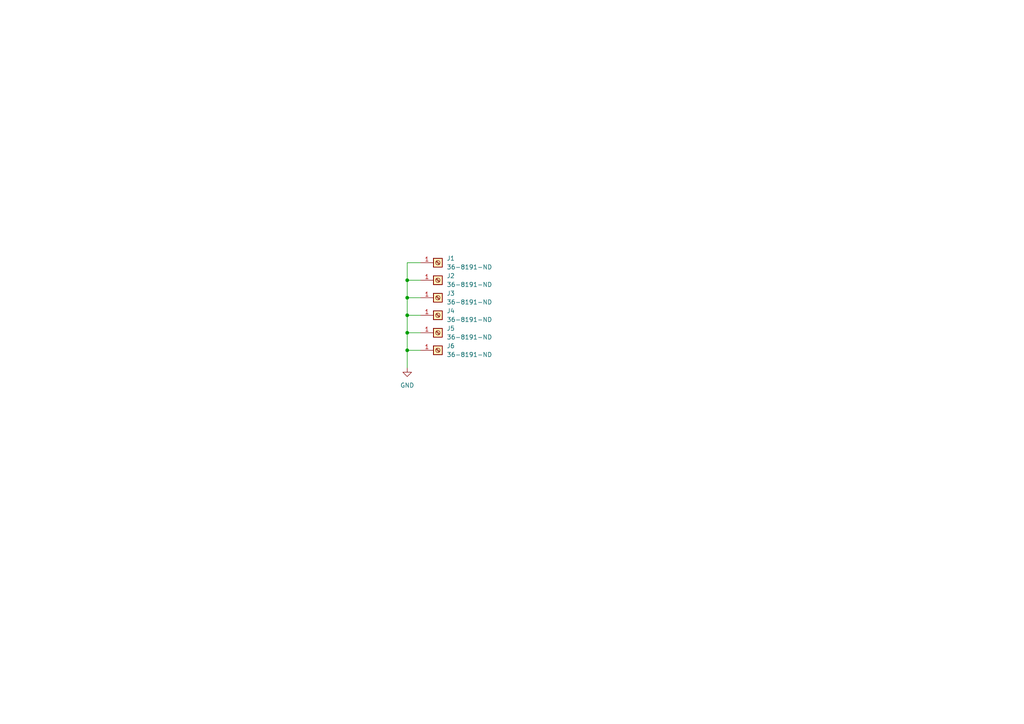
<source format=kicad_sch>
(kicad_sch (version 20230121) (generator eeschema)
  (paper "A4")
  (lib_symbols
    (symbol "Connector:Screw_Terminal_01x01" (pin_names (offset 1.016) hide)
      (property "Reference" "J" (at 0 2.54 0))
      (property "Value" "Screw_Terminal_01x01" (at 0 -2.54 0))
      (symbol "Screw_Terminal_01x01_1_1"
        (rectangle (start -1.27 1.27) (end 1.27 -1.27) (stroke (width 0.254)) (fill (type background)))
        (polyline (pts (xy -0.5334 0.3302) (xy 0.3302 -0.508)) (stroke (width 0.1524)))
        (polyline (pts (xy -0.3556 0.508) (xy 0.508 -0.3302)) (stroke (width 0.1524)))
        (circle (center 0 0) (radius 0.635) (stroke (width 0.1524)))
        (pin passive line (at -5.08 0 0) (length 3.81) (name "Pin_1") (number "1"))
      )
    )
    (symbol "power:GND" (power) (pin_names (offset 0))
      (property "Value" "GND" (at 0 -3.81 0))
      (symbol "GND_0_1"
        (polyline (pts (xy 0 0) (xy 0 -1.27) (xy 1.27 -1.27) (xy 0 -2.54) (xy -1.27 -1.27) (xy 0 -1.27)))
      )
      (symbol "GND_1_1"
        (pin power_in line (at 0 0 270) (length 0) hide (name "GND") (number "1"))
      )
    )
  )
  (junction (at 118.11 86.36))
  (junction (at 118.11 91.44))
  (junction (at 118.11 81.28))
  (junction (at 118.11 96.52))
  (junction (at 118.11 101.6))
  (wire (pts (xy 121.92 81.28) (xy 118.11 81.28)))
  (wire (pts (xy 118.11 91.44) (xy 118.11 96.52)))
  (wire (pts (xy 121.92 76.2) (xy 118.11 76.2)))
  (wire (pts (xy 118.11 76.2) (xy 118.11 81.28)))
  (wire (pts (xy 118.11 96.52) (xy 118.11 101.6)))
  (wire (pts (xy 118.11 86.36) (xy 118.11 91.44)))
  (wire (pts (xy 121.92 91.44) (xy 118.11 91.44)))
  (wire (pts (xy 121.92 96.52) (xy 118.11 96.52)))
  (wire (pts (xy 121.92 86.36) (xy 118.11 86.36)))
  (wire (pts (xy 121.92 101.6) (xy 118.11 101.6)))
  (wire (pts (xy 118.11 101.6) (xy 118.11 106.68)))
  (wire (pts (xy 118.11 81.28) (xy 118.11 86.36)))
  (symbol (lib_id "Connector:Screw_Terminal_01x01") (at 127 91.44 0) (unit 1)
    (property "Reference" "J4" (at 129.54 90.17 0) (effects (justify left)))
    (property "Value" "36-8191-ND" (at 129.54 92.71 0) (effects (justify left)))
    (property "Footprint" "CustomKicadFootprint:KEYSTONE_8191" (effects hide))
  )
  (symbol (lib_id "Connector:Screw_Terminal_01x01") (at 127 96.52 0) (unit 1)
    (property "Reference" "J5" (at 129.54 95.25 0) (effects (justify left)))
    (property "Value" "36-8191-ND" (at 129.54 97.79 0) (effects (justify left)))
    (property "Footprint" "CustomKicadFootprint:KEYSTONE_8191" (effects hide))
  )
  (symbol (lib_id "Connector:Screw_Terminal_01x01") (at 127 86.36 0) (unit 1)
    (property "Reference" "J3" (at 129.54 85.09 0) (effects (justify left)))
    (property "Value" "36-8191-ND" (at 129.54 87.63 0) (effects (justify left)))
    (property "Footprint" "CustomKicadFootprint:KEYSTONE_8191" (effects hide))
  )
  (symbol (lib_id "Connector:Screw_Terminal_01x01") (at 127 101.6 0) (unit 1)
    (property "Reference" "J6" (at 129.54 100.33 0) (effects (justify left)))
    (property "Value" "36-8191-ND" (at 129.54 102.87 0) (effects (justify left)))
    (property "Footprint" "CustomKicadFootprint:KEYSTONE_8191" (effects hide))
  )
  (symbol (lib_id "Connector:Screw_Terminal_01x01") (at 127 76.2 0) (unit 1)
    (property "Reference" "J1" (at 129.54 74.93 0) (effects (justify left)))
    (property "Value" "36-8191-ND" (at 129.54 77.47 0) (effects (justify left)))
    (property "Footprint" "CustomKicadFootprint:KEYSTONE_8191" (effects hide))
  )
  (symbol (lib_id "Connector:Screw_Terminal_01x01") (at 127 81.28 0) (unit 1)
    (property "Reference" "J2" (at 129.54 80.01 0) (effects (justify left)))
    (property "Value" "36-8191-ND" (at 129.54 82.55 0) (effects (justify left)))
    (property "Footprint" "CustomKicadFootprint:KEYSTONE_8191" (effects hide))
  )
  (symbol (lib_id "power:GND") (at 118.11 106.68 0) (unit 1)
    (property "Reference" "#PWR01" (effects hide))
    (property "Value" "GND" (at 118.11 111.76 0))
  )
)
</source>
